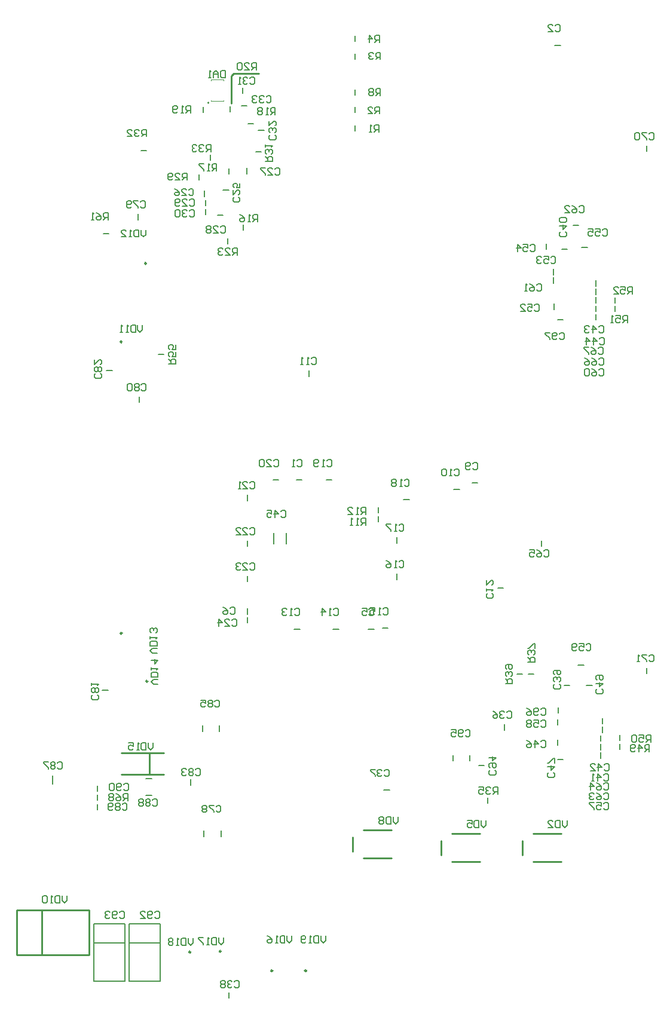
<source format=gbo>
G04 Layer_Color=33789*
%FSLAX44Y44*%
%MOMM*%
G71*
G01*
G75*
%ADD62C,0.2000*%
%ADD65C,0.2540*%
%ADD103C,0.2500*%
%ADD105C,0.1500*%
%ADD106C,0.1200*%
%ADD107C,0.1778*%
D62*
X492000Y728000D02*
X500000D01*
X492000Y704000D02*
X500000D01*
X468000Y495000D02*
X512000D01*
Y441000D02*
Y445000D01*
X468000Y441000D02*
X512000D01*
X468000D02*
Y445000D01*
Y518000D02*
Y522000D01*
X512000D01*
Y518000D02*
Y522000D01*
X468000Y445000D02*
Y518000D01*
X512000Y445000D02*
Y518000D01*
X418000Y495000D02*
X462000D01*
Y441000D02*
Y445000D01*
X418000Y441000D02*
X462000D01*
X418000D02*
Y445000D01*
Y518000D02*
Y522000D01*
X462000D01*
Y518000D02*
Y522000D01*
X418000Y445000D02*
Y518000D01*
X462000Y445000D02*
Y518000D01*
X951000Y753000D02*
Y761000D01*
X927000Y753000D02*
Y761000D01*
X572000Y795000D02*
Y803000D01*
X596000Y795000D02*
Y803000D01*
X598000Y646000D02*
Y654000D01*
X574000Y646000D02*
Y654000D01*
X705806Y1178509D02*
X707472Y1180175D01*
X710804D01*
X712470Y1178509D01*
Y1171844D01*
X710804Y1170178D01*
X707472D01*
X705806Y1171844D01*
X702473Y1170178D02*
X699141D01*
X700807D01*
Y1180175D01*
X702473Y1178509D01*
X1071820Y1794459D02*
X1073486Y1796125D01*
X1076818D01*
X1078484Y1794459D01*
Y1787794D01*
X1076818Y1786128D01*
X1073486D01*
X1071820Y1787794D01*
X1061823Y1786128D02*
X1068487D01*
X1061823Y1792793D01*
Y1794459D01*
X1063489Y1796125D01*
X1066821D01*
X1068487Y1794459D01*
X807914Y967435D02*
X809580Y969101D01*
X812912D01*
X814578Y967435D01*
Y960770D01*
X812912Y959104D01*
X809580D01*
X807914Y960770D01*
X797917Y969101D02*
X804581D01*
Y964102D01*
X801249Y965769D01*
X799583D01*
X797917Y964102D01*
Y960770D01*
X799583Y959104D01*
X802915D01*
X804581Y960770D01*
X611335Y969331D02*
X613002Y970997D01*
X616334D01*
X618000Y969331D01*
Y962666D01*
X616334Y961000D01*
X613002D01*
X611335Y962666D01*
X601339Y970997D02*
X604671Y969331D01*
X608003Y965998D01*
Y962666D01*
X606337Y961000D01*
X603005D01*
X601339Y962666D01*
Y964332D01*
X603005Y965998D01*
X608003D01*
X954725Y1174445D02*
X956392Y1176111D01*
X959724D01*
X961390Y1174445D01*
Y1167780D01*
X959724Y1166114D01*
X956392D01*
X954725Y1167780D01*
X951393D02*
X949727Y1166114D01*
X946395D01*
X944729Y1167780D01*
Y1174445D01*
X946395Y1176111D01*
X949727D01*
X951393Y1174445D01*
Y1172778D01*
X949727Y1171112D01*
X944729D01*
X928818Y1165301D02*
X930484Y1166967D01*
X933816D01*
X935482Y1165301D01*
Y1158636D01*
X933816Y1156970D01*
X930484D01*
X928818Y1158636D01*
X925485Y1156970D02*
X922153D01*
X923819D01*
Y1166967D01*
X925485Y1165301D01*
X917155D02*
X915488Y1166967D01*
X912156D01*
X910490Y1165301D01*
Y1158636D01*
X912156Y1156970D01*
X915488D01*
X917155Y1158636D01*
Y1165301D01*
X726379Y1323035D02*
X728046Y1324701D01*
X731378D01*
X733044Y1323035D01*
Y1316370D01*
X731378Y1314704D01*
X728046D01*
X726379Y1316370D01*
X723047Y1314704D02*
X719715D01*
X721381D01*
Y1324701D01*
X723047Y1323035D01*
X714717Y1314704D02*
X711384D01*
X713050D01*
Y1324701D01*
X714717Y1323035D01*
X982331Y990665D02*
X983997Y988998D01*
Y985666D01*
X982331Y984000D01*
X975666D01*
X974000Y985666D01*
Y988998D01*
X975666Y990665D01*
X974000Y993997D02*
Y997329D01*
Y995663D01*
X983997D01*
X982331Y993997D01*
X974000Y1008992D02*
Y1002327D01*
X980665Y1008992D01*
X982331D01*
X983997Y1007326D01*
Y1003994D01*
X982331Y1002327D01*
X702757Y967435D02*
X704424Y969101D01*
X707756D01*
X709422Y967435D01*
Y960770D01*
X707756Y959104D01*
X704424D01*
X702757Y960770D01*
X699425Y959104D02*
X696093D01*
X697759D01*
Y969101D01*
X699425Y967435D01*
X691095D02*
X689428Y969101D01*
X686096D01*
X684430Y967435D01*
Y965769D01*
X686096Y964102D01*
X687762D01*
X686096D01*
X684430Y962436D01*
Y960770D01*
X686096Y959104D01*
X689428D01*
X691095Y960770D01*
X757876Y967435D02*
X759542Y969101D01*
X762874D01*
X764540Y967435D01*
Y960770D01*
X762874Y959104D01*
X759542D01*
X757876Y960770D01*
X754543Y959104D02*
X751211D01*
X752877D01*
Y969101D01*
X754543Y967435D01*
X741214Y959104D02*
Y969101D01*
X746213Y964102D01*
X739548D01*
X827726Y968451D02*
X829392Y970117D01*
X832724D01*
X834390Y968451D01*
Y961786D01*
X832724Y960120D01*
X829392D01*
X827726Y961786D01*
X824393Y960120D02*
X821061D01*
X822727D01*
Y970117D01*
X824393Y968451D01*
X809398Y970117D02*
X816063D01*
Y965118D01*
X812730Y966785D01*
X811064D01*
X809398Y965118D01*
Y961786D01*
X811064Y960120D01*
X814396D01*
X816063Y961786D01*
X850331Y1034999D02*
X851998Y1036665D01*
X855330D01*
X856996Y1034999D01*
Y1028334D01*
X855330Y1026668D01*
X851998D01*
X850331Y1028334D01*
X846999Y1026668D02*
X843667D01*
X845333D01*
Y1036665D01*
X846999Y1034999D01*
X832004Y1036665D02*
X835336Y1034999D01*
X838669Y1031666D01*
Y1028334D01*
X837002Y1026668D01*
X833670D01*
X832004Y1028334D01*
Y1030000D01*
X833670Y1031666D01*
X838669D01*
X850331Y1086815D02*
X851998Y1088481D01*
X855330D01*
X856996Y1086815D01*
Y1080150D01*
X855330Y1078484D01*
X851998D01*
X850331Y1080150D01*
X846999Y1078484D02*
X843667D01*
X845333D01*
Y1088481D01*
X846999Y1086815D01*
X838669Y1088481D02*
X832004D01*
Y1086815D01*
X838669Y1080150D01*
Y1078484D01*
X857952Y1150315D02*
X859618Y1151981D01*
X862950D01*
X864616Y1150315D01*
Y1143650D01*
X862950Y1141984D01*
X859618D01*
X857952Y1143650D01*
X854619Y1141984D02*
X851287D01*
X852953D01*
Y1151981D01*
X854619Y1150315D01*
X846289D02*
X844622Y1151981D01*
X841290D01*
X839624Y1150315D01*
Y1148649D01*
X841290Y1146982D01*
X839624Y1145316D01*
Y1143650D01*
X841290Y1141984D01*
X844622D01*
X846289Y1143650D01*
Y1145316D01*
X844622Y1146982D01*
X846289Y1148649D01*
Y1150315D01*
X844622Y1146982D02*
X841290D01*
X747970Y1178509D02*
X749636Y1180175D01*
X752968D01*
X754634Y1178509D01*
Y1171844D01*
X752968Y1170178D01*
X749636D01*
X747970Y1171844D01*
X744637Y1170178D02*
X741305D01*
X742971D01*
Y1180175D01*
X744637Y1178509D01*
X736307Y1171844D02*
X734640Y1170178D01*
X731308D01*
X729642Y1171844D01*
Y1178509D01*
X731308Y1180175D01*
X734640D01*
X736307Y1178509D01*
Y1176842D01*
X734640Y1175176D01*
X729642D01*
X672785Y1178509D02*
X674452Y1180175D01*
X677784D01*
X679450Y1178509D01*
Y1171844D01*
X677784Y1170178D01*
X674452D01*
X672785Y1171844D01*
X662789Y1170178D02*
X669453D01*
X662789Y1176842D01*
Y1178509D01*
X664455Y1180175D01*
X667787D01*
X669453Y1178509D01*
X659456D02*
X657790Y1180175D01*
X654458D01*
X652792Y1178509D01*
Y1171844D01*
X654458Y1170178D01*
X657790D01*
X659456Y1171844D01*
Y1178509D01*
X639258Y1147013D02*
X640924Y1148679D01*
X644256D01*
X645922Y1147013D01*
Y1140348D01*
X644256Y1138682D01*
X640924D01*
X639258Y1140348D01*
X629261Y1138682D02*
X635925D01*
X629261Y1145347D01*
Y1147013D01*
X630927Y1148679D01*
X634259D01*
X635925Y1147013D01*
X625928Y1138682D02*
X622596D01*
X624262D01*
Y1148679D01*
X625928Y1147013D01*
X639258Y1081989D02*
X640924Y1083655D01*
X644256D01*
X645922Y1081989D01*
Y1075324D01*
X644256Y1073658D01*
X640924D01*
X639258Y1075324D01*
X629261Y1073658D02*
X635925D01*
X629261Y1080322D01*
Y1081989D01*
X630927Y1083655D01*
X634259D01*
X635925Y1081989D01*
X619264Y1073658D02*
X625928D01*
X619264Y1080322D01*
Y1081989D01*
X620930Y1083655D01*
X624262D01*
X625928Y1081989D01*
X639258Y1031951D02*
X640924Y1033617D01*
X644256D01*
X645922Y1031951D01*
Y1025286D01*
X644256Y1023620D01*
X640924D01*
X639258Y1025286D01*
X629261Y1023620D02*
X635925D01*
X629261Y1030285D01*
Y1031951D01*
X630927Y1033617D01*
X634259D01*
X635925Y1031951D01*
X625928D02*
X624262Y1033617D01*
X620930D01*
X619264Y1031951D01*
Y1030285D01*
X620930Y1028618D01*
X622596D01*
X620930D01*
X619264Y1026952D01*
Y1025286D01*
X620930Y1023620D01*
X624262D01*
X625928Y1025286D01*
X613335Y952331D02*
X615002Y953997D01*
X618334D01*
X620000Y952331D01*
Y945666D01*
X618334Y944000D01*
X615002D01*
X613335Y945666D01*
X603339Y944000D02*
X610003D01*
X603339Y950665D01*
Y952331D01*
X605005Y953997D01*
X608337D01*
X610003Y952331D01*
X595008Y944000D02*
Y953997D01*
X600006Y948998D01*
X593342D01*
X623331Y1551664D02*
X624997Y1549998D01*
Y1546666D01*
X623331Y1545000D01*
X616666D01*
X615000Y1546666D01*
Y1549998D01*
X616666Y1551664D01*
X615000Y1561661D02*
Y1554997D01*
X621665Y1561661D01*
X623331D01*
X624997Y1559995D01*
Y1556663D01*
X623331Y1554997D01*
X624997Y1571658D02*
Y1564994D01*
X619998D01*
X621665Y1568326D01*
Y1569992D01*
X619998Y1571658D01*
X616666D01*
X615000Y1569992D01*
Y1566660D01*
X616666Y1564994D01*
X552336Y1562331D02*
X554002Y1563997D01*
X557334D01*
X559000Y1562331D01*
Y1555666D01*
X557334Y1554000D01*
X554002D01*
X552336Y1555666D01*
X542339Y1554000D02*
X549003D01*
X542339Y1560665D01*
Y1562331D01*
X544005Y1563997D01*
X547337D01*
X549003Y1562331D01*
X532342Y1563997D02*
X535674Y1562331D01*
X539006Y1558998D01*
Y1555666D01*
X537340Y1554000D01*
X534008D01*
X532342Y1555666D01*
Y1557332D01*
X534008Y1558998D01*
X539006D01*
X674335Y1591331D02*
X676002Y1592997D01*
X679334D01*
X681000Y1591331D01*
Y1584666D01*
X679334Y1583000D01*
X676002D01*
X674335Y1584666D01*
X664339Y1583000D02*
X671003D01*
X664339Y1589664D01*
Y1591331D01*
X666005Y1592997D01*
X669337D01*
X671003Y1591331D01*
X661006Y1592997D02*
X654342D01*
Y1591331D01*
X661006Y1584666D01*
Y1583000D01*
X597336Y1509331D02*
X599002Y1510997D01*
X602334D01*
X604000Y1509331D01*
Y1502666D01*
X602334Y1501000D01*
X599002D01*
X597336Y1502666D01*
X587339Y1501000D02*
X594003D01*
X587339Y1507664D01*
Y1509331D01*
X589005Y1510997D01*
X592337D01*
X594003Y1509331D01*
X584007D02*
X582340Y1510997D01*
X579008D01*
X577342Y1509331D01*
Y1507664D01*
X579008Y1505998D01*
X577342Y1504332D01*
Y1502666D01*
X579008Y1501000D01*
X582340D01*
X584007Y1502666D01*
Y1504332D01*
X582340Y1505998D01*
X584007Y1507664D01*
Y1509331D01*
X582340Y1505998D02*
X579008D01*
X553335Y1547331D02*
X555002Y1548997D01*
X558334D01*
X560000Y1547331D01*
Y1540666D01*
X558334Y1539000D01*
X555002D01*
X553335Y1540666D01*
X543339Y1539000D02*
X550003D01*
X543339Y1545665D01*
Y1547331D01*
X545005Y1548997D01*
X548337D01*
X550003Y1547331D01*
X540006Y1540666D02*
X538340Y1539000D01*
X535008D01*
X533342Y1540666D01*
Y1547331D01*
X535008Y1548997D01*
X538340D01*
X540006Y1547331D01*
Y1545665D01*
X538340Y1543998D01*
X533342D01*
X553335Y1532331D02*
X555002Y1533997D01*
X558334D01*
X560000Y1532331D01*
Y1525666D01*
X558334Y1524000D01*
X555002D01*
X553335Y1525666D01*
X550003Y1532331D02*
X548337Y1533997D01*
X545005D01*
X543339Y1532331D01*
Y1530665D01*
X545005Y1528998D01*
X546671D01*
X545005D01*
X543339Y1527332D01*
Y1525666D01*
X545005Y1524000D01*
X548337D01*
X550003Y1525666D01*
X540006Y1532331D02*
X538340Y1533997D01*
X535008D01*
X533342Y1532331D01*
Y1525666D01*
X535008Y1524000D01*
X538340D01*
X540006Y1525666D01*
Y1532331D01*
X639336Y1720331D02*
X641002Y1721997D01*
X644334D01*
X646000Y1720331D01*
Y1713666D01*
X644334Y1712000D01*
X641002D01*
X639336Y1713666D01*
X636003Y1720331D02*
X634337Y1721997D01*
X631005D01*
X629339Y1720331D01*
Y1718665D01*
X631005Y1716998D01*
X632671D01*
X631005D01*
X629339Y1715332D01*
Y1713666D01*
X631005Y1712000D01*
X634337D01*
X636003Y1713666D01*
X626006Y1712000D02*
X622674D01*
X624340D01*
Y1721997D01*
X626006Y1720331D01*
X674331Y1639664D02*
X675997Y1637998D01*
Y1634666D01*
X674331Y1633000D01*
X667666D01*
X666000Y1634666D01*
Y1637998D01*
X667666Y1639664D01*
X674331Y1642997D02*
X675997Y1644663D01*
Y1647995D01*
X674331Y1649661D01*
X672664D01*
X670998Y1647995D01*
Y1646329D01*
Y1647995D01*
X669332Y1649661D01*
X667666D01*
X666000Y1647995D01*
Y1644663D01*
X667666Y1642997D01*
X666000Y1659658D02*
Y1652994D01*
X672664Y1659658D01*
X674331D01*
X675997Y1657992D01*
Y1654660D01*
X674331Y1652994D01*
X662336Y1694331D02*
X664002Y1695997D01*
X667334D01*
X669000Y1694331D01*
Y1687666D01*
X667334Y1686000D01*
X664002D01*
X662336Y1687666D01*
X659003Y1694331D02*
X657337Y1695997D01*
X654005D01*
X652339Y1694331D01*
Y1692664D01*
X654005Y1690998D01*
X655671D01*
X654005D01*
X652339Y1689332D01*
Y1687666D01*
X654005Y1686000D01*
X657337D01*
X659003Y1687666D01*
X649006Y1694331D02*
X647340Y1695997D01*
X644008D01*
X642342Y1694331D01*
Y1692664D01*
X644008Y1690998D01*
X645674D01*
X644008D01*
X642342Y1689332D01*
Y1687666D01*
X644008Y1686000D01*
X647340D01*
X649006Y1687666D01*
X1003240Y821893D02*
X1004906Y823559D01*
X1008238D01*
X1009904Y821893D01*
Y815228D01*
X1008238Y813562D01*
X1004906D01*
X1003240Y815228D01*
X999907Y821893D02*
X998241Y823559D01*
X994909D01*
X993243Y821893D01*
Y820227D01*
X994909Y818560D01*
X996575D01*
X994909D01*
X993243Y816894D01*
Y815228D01*
X994909Y813562D01*
X998241D01*
X999907Y815228D01*
X983246Y823559D02*
X986578Y821893D01*
X989910Y818560D01*
Y815228D01*
X988244Y813562D01*
X984912D01*
X983246Y815228D01*
Y816894D01*
X984912Y818560D01*
X989910D01*
X829758Y739343D02*
X831424Y741009D01*
X834756D01*
X836422Y739343D01*
Y732678D01*
X834756Y731012D01*
X831424D01*
X829758Y732678D01*
X826425Y739343D02*
X824759Y741009D01*
X821427D01*
X819761Y739343D01*
Y737676D01*
X821427Y736010D01*
X823093D01*
X821427D01*
X819761Y734344D01*
Y732678D01*
X821427Y731012D01*
X824759D01*
X826425Y732678D01*
X816428Y741009D02*
X809764D01*
Y739343D01*
X816428Y732678D01*
Y731012D01*
X617336Y440331D02*
X619002Y441997D01*
X622334D01*
X624000Y440331D01*
Y433666D01*
X622334Y432000D01*
X619002D01*
X617336Y433666D01*
X614003Y440331D02*
X612337Y441997D01*
X609005D01*
X607339Y440331D01*
Y438665D01*
X609005Y436998D01*
X610671D01*
X609005D01*
X607339Y435332D01*
Y433666D01*
X609005Y432000D01*
X612337D01*
X614003Y433666D01*
X604007Y440331D02*
X602340Y441997D01*
X599008D01*
X597342Y440331D01*
Y438665D01*
X599008Y436998D01*
X597342Y435332D01*
Y433666D01*
X599008Y432000D01*
X602340D01*
X604007Y433666D01*
Y435332D01*
X602340Y436998D01*
X604007Y438665D01*
Y440331D01*
X602340Y436998D02*
X599008D01*
X1077331Y861665D02*
X1078997Y859998D01*
Y856666D01*
X1077331Y855000D01*
X1070666D01*
X1069000Y856666D01*
Y859998D01*
X1070666Y861665D01*
X1077331Y864997D02*
X1078997Y866663D01*
Y869995D01*
X1077331Y871661D01*
X1075665D01*
X1073998Y869995D01*
Y868329D01*
Y869995D01*
X1072332Y871661D01*
X1070666D01*
X1069000Y869995D01*
Y866663D01*
X1070666Y864997D01*
Y874994D02*
X1069000Y876660D01*
Y879992D01*
X1070666Y881658D01*
X1077331D01*
X1078997Y879992D01*
Y876660D01*
X1077331Y874994D01*
X1075665D01*
X1073998Y876660D01*
Y881658D01*
X1086331Y1502664D02*
X1087997Y1500998D01*
Y1497666D01*
X1086331Y1496000D01*
X1079666D01*
X1078000Y1497666D01*
Y1500998D01*
X1079666Y1502664D01*
X1078000Y1510995D02*
X1087997D01*
X1082998Y1505997D01*
Y1512661D01*
X1086331Y1515994D02*
X1087997Y1517660D01*
Y1520992D01*
X1086331Y1522658D01*
X1079666D01*
X1078000Y1520992D01*
Y1517660D01*
X1079666Y1515994D01*
X1086331D01*
X1140335Y733331D02*
X1142002Y734997D01*
X1145334D01*
X1147000Y733331D01*
Y726666D01*
X1145334Y725000D01*
X1142002D01*
X1140335Y726666D01*
X1132005Y725000D02*
Y734997D01*
X1137003Y729998D01*
X1130339D01*
X1127007Y725000D02*
X1123674D01*
X1125340D01*
Y734997D01*
X1127007Y733331D01*
X1141336Y747331D02*
X1143002Y748997D01*
X1146334D01*
X1148000Y747331D01*
Y740666D01*
X1146334Y739000D01*
X1143002D01*
X1141336Y740666D01*
X1133005Y739000D02*
Y748997D01*
X1138003Y743998D01*
X1131339D01*
X1121342Y739000D02*
X1128007D01*
X1121342Y745665D01*
Y747331D01*
X1123008Y748997D01*
X1126340D01*
X1128007Y747331D01*
X1133335Y1368331D02*
X1135002Y1369997D01*
X1138334D01*
X1140000Y1368331D01*
Y1361666D01*
X1138334Y1360000D01*
X1135002D01*
X1133335Y1361666D01*
X1125005Y1360000D02*
Y1369997D01*
X1130003Y1364998D01*
X1123339D01*
X1120006Y1368331D02*
X1118340Y1369997D01*
X1115008D01*
X1113342Y1368331D01*
Y1366664D01*
X1115008Y1364998D01*
X1116674D01*
X1115008D01*
X1113342Y1363332D01*
Y1361666D01*
X1115008Y1360000D01*
X1118340D01*
X1120006Y1361666D01*
X1134335Y1351331D02*
X1136002Y1352997D01*
X1139334D01*
X1141000Y1351331D01*
Y1344666D01*
X1139334Y1343000D01*
X1136002D01*
X1134335Y1344666D01*
X1126005Y1343000D02*
Y1352997D01*
X1131003Y1347998D01*
X1124339D01*
X1116008Y1343000D02*
Y1352997D01*
X1121006Y1347998D01*
X1114342D01*
X683199Y1106627D02*
X684866Y1108293D01*
X688198D01*
X689864Y1106627D01*
Y1099962D01*
X688198Y1098296D01*
X684866D01*
X683199Y1099962D01*
X674869Y1098296D02*
Y1108293D01*
X679867Y1103294D01*
X673203D01*
X663206Y1108293D02*
X669870D01*
Y1103294D01*
X666538Y1104960D01*
X664872D01*
X663206Y1103294D01*
Y1099962D01*
X664872Y1098296D01*
X668204D01*
X669870Y1099962D01*
X1051336Y780331D02*
X1053002Y781997D01*
X1056334D01*
X1058000Y780331D01*
Y773666D01*
X1056334Y772000D01*
X1053002D01*
X1051336Y773666D01*
X1043005Y772000D02*
Y781997D01*
X1048003Y776998D01*
X1041339D01*
X1031342Y781997D02*
X1034674Y780331D01*
X1038007Y776998D01*
Y773666D01*
X1036340Y772000D01*
X1033008D01*
X1031342Y773666D01*
Y775332D01*
X1033008Y776998D01*
X1038007D01*
X1069331Y736665D02*
X1070997Y734998D01*
Y731666D01*
X1069331Y730000D01*
X1062666D01*
X1061000Y731666D01*
Y734998D01*
X1062666Y736665D01*
X1061000Y744995D02*
X1070997D01*
X1065998Y739997D01*
Y746661D01*
X1070997Y749994D02*
Y756658D01*
X1069331D01*
X1062666Y749994D01*
X1061000D01*
X1137331Y854665D02*
X1138997Y852998D01*
Y849666D01*
X1137331Y848000D01*
X1130666D01*
X1129000Y849666D01*
Y852998D01*
X1130666Y854665D01*
X1129000Y862995D02*
X1138997D01*
X1133998Y857997D01*
Y864661D01*
X1130666Y867994D02*
X1129000Y869660D01*
Y872992D01*
X1130666Y874658D01*
X1137331D01*
X1138997Y872992D01*
Y869660D01*
X1137331Y867994D01*
X1135665D01*
X1133998Y869660D01*
Y874658D01*
X1042336Y1398331D02*
X1044002Y1399997D01*
X1047334D01*
X1049000Y1398331D01*
Y1391666D01*
X1047334Y1390000D01*
X1044002D01*
X1042336Y1391666D01*
X1032339Y1399997D02*
X1039003D01*
Y1394998D01*
X1035671Y1396664D01*
X1034005D01*
X1032339Y1394998D01*
Y1391666D01*
X1034005Y1390000D01*
X1037337D01*
X1039003Y1391666D01*
X1022342Y1390000D02*
X1029007D01*
X1022342Y1396664D01*
Y1398331D01*
X1024008Y1399997D01*
X1027340D01*
X1029007Y1398331D01*
X1065335Y1466331D02*
X1067002Y1467997D01*
X1070334D01*
X1072000Y1466331D01*
Y1459666D01*
X1070334Y1458000D01*
X1067002D01*
X1065335Y1459666D01*
X1055339Y1467997D02*
X1062003D01*
Y1462998D01*
X1058671Y1464664D01*
X1057005D01*
X1055339Y1462998D01*
Y1459666D01*
X1057005Y1458000D01*
X1060337D01*
X1062003Y1459666D01*
X1052007Y1466331D02*
X1050340Y1467997D01*
X1047008D01*
X1045342Y1466331D01*
Y1464664D01*
X1047008Y1462998D01*
X1048674D01*
X1047008D01*
X1045342Y1461332D01*
Y1459666D01*
X1047008Y1458000D01*
X1050340D01*
X1052007Y1459666D01*
X1036336Y1483331D02*
X1038002Y1484997D01*
X1041334D01*
X1043000Y1483331D01*
Y1476666D01*
X1041334Y1475000D01*
X1038002D01*
X1036336Y1476666D01*
X1026339Y1484997D02*
X1033003D01*
Y1479998D01*
X1029671Y1481664D01*
X1028005D01*
X1026339Y1479998D01*
Y1476666D01*
X1028005Y1475000D01*
X1031337D01*
X1033003Y1476666D01*
X1018008Y1475000D02*
Y1484997D01*
X1023007Y1479998D01*
X1016342D01*
X1138335Y1505331D02*
X1140002Y1506997D01*
X1143334D01*
X1145000Y1505331D01*
Y1498666D01*
X1143334Y1497000D01*
X1140002D01*
X1138335Y1498666D01*
X1128339Y1506997D02*
X1135003D01*
Y1501998D01*
X1131671Y1503665D01*
X1130005D01*
X1128339Y1501998D01*
Y1498666D01*
X1130005Y1497000D01*
X1133337D01*
X1135003Y1498666D01*
X1118342Y1506997D02*
X1125006D01*
Y1501998D01*
X1121674Y1503665D01*
X1120008D01*
X1118342Y1501998D01*
Y1498666D01*
X1120008Y1497000D01*
X1123340D01*
X1125006Y1498666D01*
X1140335Y692331D02*
X1142002Y693997D01*
X1145334D01*
X1147000Y692331D01*
Y685666D01*
X1145334Y684000D01*
X1142002D01*
X1140335Y685666D01*
X1130339Y693997D02*
X1137003D01*
Y688998D01*
X1133671Y690665D01*
X1132005D01*
X1130339Y688998D01*
Y685666D01*
X1132005Y684000D01*
X1135337D01*
X1137003Y685666D01*
X1127007Y693997D02*
X1120342D01*
Y692331D01*
X1127007Y685666D01*
Y684000D01*
X1051336Y809331D02*
X1053002Y810997D01*
X1056334D01*
X1058000Y809331D01*
Y802666D01*
X1056334Y801000D01*
X1053002D01*
X1051336Y802666D01*
X1041339Y810997D02*
X1048003D01*
Y805998D01*
X1044671Y807664D01*
X1043005D01*
X1041339Y805998D01*
Y802666D01*
X1043005Y801000D01*
X1046337D01*
X1048003Y802666D01*
X1038007Y809331D02*
X1036340Y810997D01*
X1033008D01*
X1031342Y809331D01*
Y807664D01*
X1033008Y805998D01*
X1031342Y804332D01*
Y802666D01*
X1033008Y801000D01*
X1036340D01*
X1038007Y802666D01*
Y804332D01*
X1036340Y805998D01*
X1038007Y807664D01*
Y809331D01*
X1036340Y805998D02*
X1033008D01*
X1115335Y917331D02*
X1117002Y918997D01*
X1120334D01*
X1122000Y917331D01*
Y910666D01*
X1120334Y909000D01*
X1117002D01*
X1115335Y910666D01*
X1105339Y918997D02*
X1112003D01*
Y913998D01*
X1108671Y915665D01*
X1107005D01*
X1105339Y913998D01*
Y910666D01*
X1107005Y909000D01*
X1110337D01*
X1112003Y910666D01*
X1102007D02*
X1100340Y909000D01*
X1097008D01*
X1095342Y910666D01*
Y917331D01*
X1097008Y918997D01*
X1100340D01*
X1102007Y917331D01*
Y915665D01*
X1100340Y913998D01*
X1095342D01*
X1133335Y1307331D02*
X1135002Y1308997D01*
X1138334D01*
X1140000Y1307331D01*
Y1300666D01*
X1138334Y1299000D01*
X1135002D01*
X1133335Y1300666D01*
X1123339Y1308997D02*
X1126671Y1307331D01*
X1130003Y1303998D01*
Y1300666D01*
X1128337Y1299000D01*
X1125005D01*
X1123339Y1300666D01*
Y1302332D01*
X1125005Y1303998D01*
X1130003D01*
X1120006Y1307331D02*
X1118340Y1308997D01*
X1115008D01*
X1113342Y1307331D01*
Y1300666D01*
X1115008Y1299000D01*
X1118340D01*
X1120006Y1300666D01*
Y1307331D01*
X1045335Y1427331D02*
X1047002Y1428997D01*
X1050334D01*
X1052000Y1427331D01*
Y1420666D01*
X1050334Y1419000D01*
X1047002D01*
X1045335Y1420666D01*
X1035339Y1428997D02*
X1038671Y1427331D01*
X1042003Y1423998D01*
Y1420666D01*
X1040337Y1419000D01*
X1037005D01*
X1035339Y1420666D01*
Y1422332D01*
X1037005Y1423998D01*
X1042003D01*
X1032006Y1419000D02*
X1028674D01*
X1030340D01*
Y1428997D01*
X1032006Y1427331D01*
X1105335Y1538331D02*
X1107002Y1539997D01*
X1110334D01*
X1112000Y1538331D01*
Y1531666D01*
X1110334Y1530000D01*
X1107002D01*
X1105335Y1531666D01*
X1095339Y1539997D02*
X1098671Y1538331D01*
X1102003Y1534998D01*
Y1531666D01*
X1100337Y1530000D01*
X1097005D01*
X1095339Y1531666D01*
Y1533332D01*
X1097005Y1534998D01*
X1102003D01*
X1085342Y1530000D02*
X1092007D01*
X1085342Y1536664D01*
Y1538331D01*
X1087008Y1539997D01*
X1090340D01*
X1092007Y1538331D01*
X1140335Y706331D02*
X1142002Y707997D01*
X1145334D01*
X1147000Y706331D01*
Y699666D01*
X1145334Y698000D01*
X1142002D01*
X1140335Y699666D01*
X1130339Y707997D02*
X1133671Y706331D01*
X1137003Y702998D01*
Y699666D01*
X1135337Y698000D01*
X1132005D01*
X1130339Y699666D01*
Y701332D01*
X1132005Y702998D01*
X1137003D01*
X1127007Y706331D02*
X1125340Y707997D01*
X1122008D01*
X1120342Y706331D01*
Y704665D01*
X1122008Y702998D01*
X1123674D01*
X1122008D01*
X1120342Y701332D01*
Y699666D01*
X1122008Y698000D01*
X1125340D01*
X1127007Y699666D01*
X1140335Y720331D02*
X1142002Y721997D01*
X1145334D01*
X1147000Y720331D01*
Y713666D01*
X1145334Y712000D01*
X1142002D01*
X1140335Y713666D01*
X1130339Y721997D02*
X1133671Y720331D01*
X1137003Y716998D01*
Y713666D01*
X1135337Y712000D01*
X1132005D01*
X1130339Y713666D01*
Y715332D01*
X1132005Y716998D01*
X1137003D01*
X1122008Y712000D02*
Y721997D01*
X1127007Y716998D01*
X1120342D01*
X1055335Y1050331D02*
X1057002Y1051997D01*
X1060334D01*
X1062000Y1050331D01*
Y1043666D01*
X1060334Y1042000D01*
X1057002D01*
X1055335Y1043666D01*
X1045339Y1051997D02*
X1048671Y1050331D01*
X1052003Y1046998D01*
Y1043666D01*
X1050337Y1042000D01*
X1047005D01*
X1045339Y1043666D01*
Y1045332D01*
X1047005Y1046998D01*
X1052003D01*
X1035342Y1051997D02*
X1042007D01*
Y1046998D01*
X1038674Y1048664D01*
X1037008D01*
X1035342Y1046998D01*
Y1043666D01*
X1037008Y1042000D01*
X1040340D01*
X1042007Y1043666D01*
X1133335Y1322331D02*
X1135002Y1323997D01*
X1138334D01*
X1140000Y1322331D01*
Y1315666D01*
X1138334Y1314000D01*
X1135002D01*
X1133335Y1315666D01*
X1123339Y1323997D02*
X1126671Y1322331D01*
X1130003Y1318998D01*
Y1315666D01*
X1128337Y1314000D01*
X1125005D01*
X1123339Y1315666D01*
Y1317332D01*
X1125005Y1318998D01*
X1130003D01*
X1113342Y1323997D02*
X1116674Y1322331D01*
X1120006Y1318998D01*
Y1315666D01*
X1118340Y1314000D01*
X1115008D01*
X1113342Y1315666D01*
Y1317332D01*
X1115008Y1318998D01*
X1120006D01*
X1132336Y1337331D02*
X1134002Y1338997D01*
X1137334D01*
X1139000Y1337331D01*
Y1330666D01*
X1137334Y1329000D01*
X1134002D01*
X1132336Y1330666D01*
X1122339Y1338997D02*
X1125671Y1337331D01*
X1129003Y1333998D01*
Y1330666D01*
X1127337Y1329000D01*
X1124005D01*
X1122339Y1330666D01*
Y1332332D01*
X1124005Y1333998D01*
X1129003D01*
X1119006Y1338997D02*
X1112342D01*
Y1337331D01*
X1119006Y1330666D01*
Y1329000D01*
X1204408Y1641805D02*
X1206074Y1643471D01*
X1209406D01*
X1211072Y1641805D01*
Y1635140D01*
X1209406Y1633474D01*
X1206074D01*
X1204408Y1635140D01*
X1201075Y1643471D02*
X1194411D01*
Y1641805D01*
X1201075Y1635140D01*
Y1633474D01*
X1191078Y1641805D02*
X1189412Y1643471D01*
X1186080D01*
X1184414Y1641805D01*
Y1635140D01*
X1186080Y1633474D01*
X1189412D01*
X1191078Y1635140D01*
Y1641805D01*
X1204408Y901903D02*
X1206074Y903569D01*
X1209406D01*
X1211072Y901903D01*
Y895238D01*
X1209406Y893572D01*
X1206074D01*
X1204408Y895238D01*
X1201075Y903569D02*
X1194411D01*
Y901903D01*
X1201075Y895238D01*
Y893572D01*
X1191078D02*
X1187746D01*
X1189412D01*
Y903569D01*
X1191078Y901903D01*
X591251Y688543D02*
X592918Y690209D01*
X596250D01*
X597916Y688543D01*
Y681878D01*
X596250Y680212D01*
X592918D01*
X591251Y681878D01*
X587919Y690209D02*
X581255D01*
Y688543D01*
X587919Y681878D01*
Y680212D01*
X577922Y688543D02*
X576256Y690209D01*
X572924D01*
X571258Y688543D01*
Y686877D01*
X572924Y685210D01*
X571258Y683544D01*
Y681878D01*
X572924Y680212D01*
X576256D01*
X577922Y681878D01*
Y683544D01*
X576256Y685210D01*
X577922Y686877D01*
Y688543D01*
X576256Y685210D02*
X572924D01*
X484318Y1545031D02*
X485984Y1546697D01*
X489316D01*
X490982Y1545031D01*
Y1538366D01*
X489316Y1536700D01*
X485984D01*
X484318Y1538366D01*
X480985Y1546697D02*
X474321D01*
Y1545031D01*
X480985Y1538366D01*
Y1536700D01*
X470988Y1538366D02*
X469322Y1536700D01*
X465990D01*
X464324Y1538366D01*
Y1545031D01*
X465990Y1546697D01*
X469322D01*
X470988Y1545031D01*
Y1543365D01*
X469322Y1541698D01*
X464324D01*
X485334Y1285951D02*
X487000Y1287617D01*
X490332D01*
X491998Y1285951D01*
Y1279286D01*
X490332Y1277620D01*
X487000D01*
X485334Y1279286D01*
X482001Y1285951D02*
X480335Y1287617D01*
X477003D01*
X475337Y1285951D01*
Y1284285D01*
X477003Y1282618D01*
X475337Y1280952D01*
Y1279286D01*
X477003Y1277620D01*
X480335D01*
X482001Y1279286D01*
Y1280952D01*
X480335Y1282618D01*
X482001Y1284285D01*
Y1285951D01*
X480335Y1282618D02*
X477003D01*
X472004Y1285951D02*
X470338Y1287617D01*
X467006D01*
X465340Y1285951D01*
Y1279286D01*
X467006Y1277620D01*
X470338D01*
X472004Y1279286D01*
Y1285951D01*
X423331Y846665D02*
X424997Y844998D01*
Y841666D01*
X423331Y840000D01*
X416666D01*
X415000Y841666D01*
Y844998D01*
X416666Y846665D01*
X423331Y849997D02*
X424997Y851663D01*
Y854995D01*
X423331Y856661D01*
X421665D01*
X419998Y854995D01*
X418332Y856661D01*
X416666D01*
X415000Y854995D01*
Y851663D01*
X416666Y849997D01*
X418332D01*
X419998Y851663D01*
X421665Y849997D01*
X423331D01*
X419998Y851663D02*
Y854995D01*
X415000Y859994D02*
Y863326D01*
Y861660D01*
X424997D01*
X423331Y859994D01*
X427331Y1301664D02*
X428997Y1299998D01*
Y1296666D01*
X427331Y1295000D01*
X420666D01*
X419000Y1296666D01*
Y1299998D01*
X420666Y1301664D01*
X427331Y1304997D02*
X428997Y1306663D01*
Y1309995D01*
X427331Y1311661D01*
X425664D01*
X423998Y1309995D01*
X422332Y1311661D01*
X420666D01*
X419000Y1309995D01*
Y1306663D01*
X420666Y1304997D01*
X422332D01*
X423998Y1306663D01*
X425664Y1304997D01*
X427331D01*
X423998Y1306663D02*
Y1309995D01*
X419000Y1321658D02*
Y1314994D01*
X425664Y1321658D01*
X427331D01*
X428997Y1319992D01*
Y1316660D01*
X427331Y1314994D01*
X562336Y740331D02*
X564002Y741997D01*
X567334D01*
X569000Y740331D01*
Y733666D01*
X567334Y732000D01*
X564002D01*
X562336Y733666D01*
X559003Y740331D02*
X557337Y741997D01*
X554005D01*
X552339Y740331D01*
Y738664D01*
X554005Y736998D01*
X552339Y735332D01*
Y733666D01*
X554005Y732000D01*
X557337D01*
X559003Y733666D01*
Y735332D01*
X557337Y736998D01*
X559003Y738664D01*
Y740331D01*
X557337Y736998D02*
X554005D01*
X549006Y740331D02*
X547340Y741997D01*
X544008D01*
X542342Y740331D01*
Y738664D01*
X544008Y736998D01*
X545674D01*
X544008D01*
X542342Y735332D01*
Y733666D01*
X544008Y732000D01*
X547340D01*
X549006Y733666D01*
X589473Y837641D02*
X591140Y839307D01*
X594472D01*
X596138Y837641D01*
Y830976D01*
X594472Y829310D01*
X591140D01*
X589473Y830976D01*
X586141Y837641D02*
X584475Y839307D01*
X581143D01*
X579477Y837641D01*
Y835975D01*
X581143Y834308D01*
X579477Y832642D01*
Y830976D01*
X581143Y829310D01*
X584475D01*
X586141Y830976D01*
Y832642D01*
X584475Y834308D01*
X586141Y835975D01*
Y837641D01*
X584475Y834308D02*
X581143D01*
X569480Y839307D02*
X576144D01*
Y834308D01*
X572812Y835975D01*
X571146D01*
X569480Y834308D01*
Y830976D01*
X571146Y829310D01*
X574478D01*
X576144Y830976D01*
X366716Y749757D02*
X368382Y751423D01*
X371714D01*
X373380Y749757D01*
Y743092D01*
X371714Y741426D01*
X368382D01*
X366716Y743092D01*
X363383Y749757D02*
X361717Y751423D01*
X358385D01*
X356719Y749757D01*
Y748091D01*
X358385Y746424D01*
X356719Y744758D01*
Y743092D01*
X358385Y741426D01*
X361717D01*
X363383Y743092D01*
Y744758D01*
X361717Y746424D01*
X363383Y748091D01*
Y749757D01*
X361717Y746424D02*
X358385D01*
X353386Y751423D02*
X346722D01*
Y749757D01*
X353386Y743092D01*
Y741426D01*
X501335Y697331D02*
X503002Y698997D01*
X506334D01*
X508000Y697331D01*
Y690666D01*
X506334Y689000D01*
X503002D01*
X501335Y690666D01*
X498003Y697331D02*
X496337Y698997D01*
X493005D01*
X491339Y697331D01*
Y695665D01*
X493005Y693998D01*
X491339Y692332D01*
Y690666D01*
X493005Y689000D01*
X496337D01*
X498003Y690666D01*
Y692332D01*
X496337Y693998D01*
X498003Y695665D01*
Y697331D01*
X496337Y693998D02*
X493005D01*
X488006Y697331D02*
X486340Y698997D01*
X483008D01*
X481342Y697331D01*
Y695665D01*
X483008Y693998D01*
X481342Y692332D01*
Y690666D01*
X483008Y689000D01*
X486340D01*
X488006Y690666D01*
Y692332D01*
X486340Y693998D01*
X488006Y695665D01*
Y697331D01*
X486340Y693998D02*
X483008D01*
X458335Y691331D02*
X460002Y692997D01*
X463334D01*
X465000Y691331D01*
Y684666D01*
X463334Y683000D01*
X460002D01*
X458335Y684666D01*
X455003Y691331D02*
X453337Y692997D01*
X450005D01*
X448339Y691331D01*
Y689665D01*
X450005Y687998D01*
X448339Y686332D01*
Y684666D01*
X450005Y683000D01*
X453337D01*
X455003Y684666D01*
Y686332D01*
X453337Y687998D01*
X455003Y689665D01*
Y691331D01*
X453337Y687998D02*
X450005D01*
X445006Y684666D02*
X443340Y683000D01*
X440008D01*
X438342Y684666D01*
Y691331D01*
X440008Y692997D01*
X443340D01*
X445006Y691331D01*
Y689665D01*
X443340Y687998D01*
X438342D01*
X460336Y719331D02*
X462002Y720997D01*
X465334D01*
X467000Y719331D01*
Y712666D01*
X465334Y711000D01*
X462002D01*
X460336Y712666D01*
X457003D02*
X455337Y711000D01*
X452005D01*
X450339Y712666D01*
Y719331D01*
X452005Y720997D01*
X455337D01*
X457003Y719331D01*
Y717664D01*
X455337Y715998D01*
X450339D01*
X447006Y719331D02*
X445340Y720997D01*
X442008D01*
X440342Y719331D01*
Y712666D01*
X442008Y711000D01*
X445340D01*
X447006Y712666D01*
Y719331D01*
X604000Y1730997D02*
Y1721000D01*
X599002D01*
X597336Y1722666D01*
Y1729331D01*
X599002Y1730997D01*
X604000D01*
X594003Y1721000D02*
Y1727664D01*
X590671Y1730997D01*
X587339Y1727664D01*
Y1721000D01*
Y1725998D01*
X594003D01*
X584007Y1721000D02*
X580674D01*
X582340D01*
Y1730997D01*
X584007Y1729331D01*
X822000Y1644000D02*
Y1653997D01*
X817002D01*
X815335Y1652331D01*
Y1648998D01*
X817002Y1647332D01*
X822000D01*
X818668D02*
X815335Y1644000D01*
X812003D02*
X808671D01*
X810337D01*
Y1653997D01*
X812003Y1652331D01*
X823000Y1670000D02*
Y1679997D01*
X818002D01*
X816336Y1678331D01*
Y1674998D01*
X818002Y1673332D01*
X823000D01*
X819668D02*
X816336Y1670000D01*
X806339D02*
X813003D01*
X806339Y1676664D01*
Y1678331D01*
X808005Y1679997D01*
X811337D01*
X813003Y1678331D01*
X824000Y1747000D02*
Y1756997D01*
X819002D01*
X817336Y1755331D01*
Y1751998D01*
X819002Y1750332D01*
X824000D01*
X820668D02*
X817336Y1747000D01*
X814003Y1755331D02*
X812337Y1756997D01*
X809005D01*
X807339Y1755331D01*
Y1753665D01*
X809005Y1751998D01*
X810671D01*
X809005D01*
X807339Y1750332D01*
Y1748666D01*
X809005Y1747000D01*
X812337D01*
X814003Y1748666D01*
X823000Y1771000D02*
Y1780997D01*
X818002D01*
X816336Y1779331D01*
Y1775998D01*
X818002Y1774332D01*
X823000D01*
X819668D02*
X816336Y1771000D01*
X808005D02*
Y1780997D01*
X813003Y1775998D01*
X806339D01*
X824000Y1696000D02*
Y1705997D01*
X819002D01*
X817336Y1704331D01*
Y1700998D01*
X819002Y1699332D01*
X824000D01*
X820668D02*
X817336Y1696000D01*
X814003Y1704331D02*
X812337Y1705997D01*
X809005D01*
X807339Y1704331D01*
Y1702664D01*
X809005Y1700998D01*
X807339Y1699332D01*
Y1697666D01*
X809005Y1696000D01*
X812337D01*
X814003Y1697666D01*
Y1699332D01*
X812337Y1700998D01*
X814003Y1702664D01*
Y1704331D01*
X812337Y1700998D02*
X809005D01*
X803000Y1087000D02*
Y1096997D01*
X798002D01*
X796336Y1095331D01*
Y1091998D01*
X798002Y1090332D01*
X803000D01*
X799668D02*
X796336Y1087000D01*
X793003D02*
X789671D01*
X791337D01*
Y1096997D01*
X793003Y1095331D01*
X784673Y1087000D02*
X781340D01*
X783007D01*
Y1096997D01*
X784673Y1095331D01*
X803000Y1102000D02*
Y1111997D01*
X798002D01*
X796336Y1110331D01*
Y1106998D01*
X798002Y1105332D01*
X803000D01*
X799668D02*
X796336Y1102000D01*
X793003D02*
X789671D01*
X791337D01*
Y1111997D01*
X793003Y1110331D01*
X778008Y1102000D02*
X784673D01*
X778008Y1108664D01*
Y1110331D01*
X779674Y1111997D01*
X783007D01*
X784673Y1110331D01*
X650000Y1517000D02*
Y1526997D01*
X645002D01*
X643335Y1525331D01*
Y1521998D01*
X645002Y1520332D01*
X650000D01*
X646668D02*
X643335Y1517000D01*
X640003D02*
X636671D01*
X638337D01*
Y1526997D01*
X640003Y1525331D01*
X625008Y1526997D02*
X628340Y1525331D01*
X631673Y1521998D01*
Y1518666D01*
X630006Y1517000D01*
X626674D01*
X625008Y1518666D01*
Y1520332D01*
X626674Y1521998D01*
X631673D01*
X592000Y1589000D02*
Y1598997D01*
X587002D01*
X585336Y1597331D01*
Y1593998D01*
X587002Y1592332D01*
X592000D01*
X588668D02*
X585336Y1589000D01*
X582003D02*
X578671D01*
X580337D01*
Y1598997D01*
X582003Y1597331D01*
X573673Y1598997D02*
X567008D01*
Y1597331D01*
X573673Y1590666D01*
Y1589000D01*
X675000Y1669000D02*
Y1678997D01*
X670002D01*
X668335Y1677331D01*
Y1673998D01*
X670002Y1672332D01*
X675000D01*
X671668D02*
X668335Y1669000D01*
X665003D02*
X661671D01*
X663337D01*
Y1678997D01*
X665003Y1677331D01*
X656673D02*
X655006Y1678997D01*
X651674D01*
X650008Y1677331D01*
Y1675665D01*
X651674Y1673998D01*
X650008Y1672332D01*
Y1670666D01*
X651674Y1669000D01*
X655006D01*
X656673Y1670666D01*
Y1672332D01*
X655006Y1673998D01*
X656673Y1675665D01*
Y1677331D01*
X655006Y1673998D02*
X651674D01*
X555000Y1671000D02*
Y1680997D01*
X550002D01*
X548335Y1679331D01*
Y1675998D01*
X550002Y1674332D01*
X555000D01*
X551668D02*
X548335Y1671000D01*
X545003D02*
X541671D01*
X543337D01*
Y1680997D01*
X545003Y1679331D01*
X536673Y1672666D02*
X535006Y1671000D01*
X531674D01*
X530008Y1672666D01*
Y1679331D01*
X531674Y1680997D01*
X535006D01*
X536673Y1679331D01*
Y1677664D01*
X535006Y1675998D01*
X530008D01*
X648000Y1732000D02*
Y1741997D01*
X643002D01*
X641336Y1740331D01*
Y1736998D01*
X643002Y1735332D01*
X648000D01*
X644668D02*
X641336Y1732000D01*
X631339D02*
X638003D01*
X631339Y1738665D01*
Y1740331D01*
X633005Y1741997D01*
X636337D01*
X638003Y1740331D01*
X628006D02*
X626340Y1741997D01*
X623008D01*
X621342Y1740331D01*
Y1733666D01*
X623008Y1732000D01*
X626340D01*
X628006Y1733666D01*
Y1740331D01*
X621000Y1470000D02*
Y1479997D01*
X616002D01*
X614336Y1478331D01*
Y1474998D01*
X616002Y1473332D01*
X621000D01*
X617668D02*
X614336Y1470000D01*
X604339D02*
X611003D01*
X604339Y1476664D01*
Y1478331D01*
X606005Y1479997D01*
X609337D01*
X611003Y1478331D01*
X601006D02*
X599340Y1479997D01*
X596008D01*
X594342Y1478331D01*
Y1476664D01*
X596008Y1474998D01*
X597674D01*
X596008D01*
X594342Y1473332D01*
Y1471666D01*
X596008Y1470000D01*
X599340D01*
X601006Y1471666D01*
X550000Y1576000D02*
Y1585997D01*
X545002D01*
X543335Y1584331D01*
Y1580998D01*
X545002Y1579332D01*
X550000D01*
X546668D02*
X543335Y1576000D01*
X533339D02*
X540003D01*
X533339Y1582664D01*
Y1584331D01*
X535005Y1585997D01*
X538337D01*
X540003Y1584331D01*
X530006Y1577666D02*
X528340Y1576000D01*
X525008D01*
X523342Y1577666D01*
Y1584331D01*
X525008Y1585997D01*
X528340D01*
X530006Y1584331D01*
Y1582664D01*
X528340Y1580998D01*
X523342D01*
X661000Y1603000D02*
X670997D01*
Y1607998D01*
X669331Y1609664D01*
X665998D01*
X664332Y1607998D01*
Y1603000D01*
Y1606332D02*
X661000Y1609664D01*
X669331Y1612997D02*
X670997Y1614663D01*
Y1617995D01*
X669331Y1619661D01*
X667664D01*
X665998Y1617995D01*
Y1616329D01*
Y1617995D01*
X664332Y1619661D01*
X662666D01*
X661000Y1617995D01*
Y1614663D01*
X662666Y1612997D01*
X661000Y1622994D02*
Y1626326D01*
Y1624660D01*
X670997D01*
X669331Y1622994D01*
X492506Y1637792D02*
Y1647789D01*
X487508D01*
X485841Y1646123D01*
Y1642790D01*
X487508Y1641124D01*
X492506D01*
X489174D02*
X485841Y1637792D01*
X482509Y1646123D02*
X480843Y1647789D01*
X477511D01*
X475845Y1646123D01*
Y1644456D01*
X477511Y1642790D01*
X479177D01*
X477511D01*
X475845Y1641124D01*
Y1639458D01*
X477511Y1637792D01*
X480843D01*
X482509Y1639458D01*
X465848Y1637792D02*
X472512D01*
X465848Y1644456D01*
Y1646123D01*
X467514Y1647789D01*
X470846D01*
X472512Y1646123D01*
X584000Y1616000D02*
Y1625997D01*
X579002D01*
X577336Y1624331D01*
Y1620998D01*
X579002Y1619332D01*
X584000D01*
X580668D02*
X577336Y1616000D01*
X574003Y1624331D02*
X572337Y1625997D01*
X569005D01*
X567339Y1624331D01*
Y1622664D01*
X569005Y1620998D01*
X570671D01*
X569005D01*
X567339Y1619332D01*
Y1617666D01*
X569005Y1616000D01*
X572337D01*
X574003Y1617666D01*
X564006Y1624331D02*
X562340Y1625997D01*
X559008D01*
X557342Y1624331D01*
Y1622664D01*
X559008Y1620998D01*
X560674D01*
X559008D01*
X557342Y1619332D01*
Y1617666D01*
X559008Y1616000D01*
X562340D01*
X564006Y1617666D01*
X990000Y706000D02*
Y715997D01*
X985002D01*
X983335Y714331D01*
Y710998D01*
X985002Y709332D01*
X990000D01*
X986668D02*
X983335Y706000D01*
X980003Y714331D02*
X978337Y715997D01*
X975005D01*
X973339Y714331D01*
Y712664D01*
X975005Y710998D01*
X976671D01*
X975005D01*
X973339Y709332D01*
Y707666D01*
X975005Y706000D01*
X978337D01*
X980003Y707666D01*
X963342Y715997D02*
X970006D01*
Y710998D01*
X966674Y712664D01*
X965008D01*
X963342Y710998D01*
Y707666D01*
X965008Y706000D01*
X968340D01*
X970006Y707666D01*
X1033000Y893000D02*
X1042997D01*
Y897998D01*
X1041331Y899665D01*
X1037998D01*
X1036332Y897998D01*
Y893000D01*
Y896332D02*
X1033000Y899665D01*
X1041331Y902997D02*
X1042997Y904663D01*
Y907995D01*
X1041331Y909661D01*
X1039665D01*
X1037998Y907995D01*
Y906329D01*
Y907995D01*
X1036332Y909661D01*
X1034666D01*
X1033000Y907995D01*
Y904663D01*
X1034666Y902997D01*
X1042997Y912994D02*
Y919658D01*
X1041331D01*
X1034666Y912994D01*
X1033000D01*
X1001000Y863000D02*
X1010997D01*
Y867998D01*
X1009331Y869665D01*
X1005998D01*
X1004332Y867998D01*
Y863000D01*
Y866332D02*
X1001000Y869665D01*
X1009331Y872997D02*
X1010997Y874663D01*
Y877995D01*
X1009331Y879661D01*
X1007664D01*
X1005998Y877995D01*
Y876329D01*
Y877995D01*
X1004332Y879661D01*
X1002666D01*
X1001000Y877995D01*
Y874663D01*
X1002666Y872997D01*
Y882994D02*
X1001000Y884660D01*
Y887992D01*
X1002666Y889658D01*
X1009331D01*
X1010997Y887992D01*
Y884660D01*
X1009331Y882994D01*
X1007664D01*
X1005998Y884660D01*
Y889658D01*
X1205000Y766000D02*
Y775997D01*
X1200002D01*
X1198335Y774331D01*
Y770998D01*
X1200002Y769332D01*
X1205000D01*
X1201668D02*
X1198335Y766000D01*
X1190005D02*
Y775997D01*
X1195003Y770998D01*
X1188339D01*
X1185006Y767666D02*
X1183340Y766000D01*
X1180008D01*
X1178342Y767666D01*
Y774331D01*
X1180008Y775997D01*
X1183340D01*
X1185006Y774331D01*
Y772664D01*
X1183340Y770998D01*
X1178342D01*
X1207000Y780000D02*
Y789997D01*
X1202002D01*
X1200335Y788331D01*
Y784998D01*
X1202002Y783332D01*
X1207000D01*
X1203668D02*
X1200335Y780000D01*
X1190339Y789997D02*
X1197003D01*
Y784998D01*
X1193671Y786665D01*
X1192005D01*
X1190339Y784998D01*
Y781666D01*
X1192005Y780000D01*
X1195337D01*
X1197003Y781666D01*
X1187006Y788331D02*
X1185340Y789997D01*
X1182008D01*
X1180342Y788331D01*
Y781666D01*
X1182008Y780000D01*
X1185340D01*
X1187006Y781666D01*
Y788331D01*
X1174000Y1374000D02*
Y1383997D01*
X1169002D01*
X1167336Y1382331D01*
Y1378998D01*
X1169002Y1377332D01*
X1174000D01*
X1170668D02*
X1167336Y1374000D01*
X1157339Y1383997D02*
X1164003D01*
Y1378998D01*
X1160671Y1380665D01*
X1159005D01*
X1157339Y1378998D01*
Y1375666D01*
X1159005Y1374000D01*
X1162337D01*
X1164003Y1375666D01*
X1154007Y1374000D02*
X1150674D01*
X1152340D01*
Y1383997D01*
X1154007Y1382331D01*
X1181000Y1415000D02*
Y1424997D01*
X1176002D01*
X1174335Y1423331D01*
Y1419998D01*
X1176002Y1418332D01*
X1181000D01*
X1177668D02*
X1174335Y1415000D01*
X1164339Y1424997D02*
X1171003D01*
Y1419998D01*
X1167671Y1421664D01*
X1166005D01*
X1164339Y1419998D01*
Y1416666D01*
X1166005Y1415000D01*
X1169337D01*
X1171003Y1416666D01*
X1154342Y1415000D02*
X1161006D01*
X1154342Y1421664D01*
Y1423331D01*
X1156008Y1424997D01*
X1159340D01*
X1161006Y1423331D01*
X524000Y1316000D02*
X533997D01*
Y1320998D01*
X532331Y1322664D01*
X528998D01*
X527332Y1320998D01*
Y1316000D01*
Y1319332D02*
X524000Y1322664D01*
X533997Y1332661D02*
Y1325997D01*
X528998D01*
X530664Y1329329D01*
Y1330995D01*
X528998Y1332661D01*
X525666D01*
X524000Y1330995D01*
Y1327663D01*
X525666Y1325997D01*
X533997Y1342658D02*
Y1335994D01*
X528998D01*
X530664Y1339326D01*
Y1340992D01*
X528998Y1342658D01*
X525666D01*
X524000Y1340992D01*
Y1337660D01*
X525666Y1335994D01*
X438404Y1519682D02*
Y1529679D01*
X433406D01*
X431740Y1528013D01*
Y1524680D01*
X433406Y1523014D01*
X438404D01*
X435072D02*
X431740Y1519682D01*
X421743Y1529679D02*
X425075Y1528013D01*
X428407Y1524680D01*
Y1521348D01*
X426741Y1519682D01*
X423409D01*
X421743Y1521348D01*
Y1523014D01*
X423409Y1524680D01*
X428407D01*
X418410Y1519682D02*
X415078D01*
X416744D01*
Y1529679D01*
X418410Y1528013D01*
X466000Y697000D02*
Y706997D01*
X461002D01*
X459336Y705331D01*
Y701998D01*
X461002Y700332D01*
X466000D01*
X462668D02*
X459336Y697000D01*
X449339Y706997D02*
X452671Y705331D01*
X456003Y701998D01*
Y698666D01*
X454337Y697000D01*
X451005D01*
X449339Y698666D01*
Y700332D01*
X451005Y701998D01*
X456003D01*
X446006Y705331D02*
X444340Y706997D01*
X441008D01*
X439342Y705331D01*
Y703664D01*
X441008Y701998D01*
X439342Y700332D01*
Y698666D01*
X441008Y697000D01*
X444340D01*
X446006Y698666D01*
Y700332D01*
X444340Y701998D01*
X446006Y703664D01*
Y705331D01*
X444340Y701998D02*
X441008D01*
X1088390Y668365D02*
Y661700D01*
X1085058Y658368D01*
X1081725Y661700D01*
Y668365D01*
X1078393D02*
Y658368D01*
X1073395D01*
X1071729Y660034D01*
Y666699D01*
X1073395Y668365D01*
X1078393D01*
X1061732Y658368D02*
X1068396D01*
X1061732Y665033D01*
Y666699D01*
X1063398Y668365D01*
X1066730D01*
X1068396Y666699D01*
X973582Y668365D02*
Y661700D01*
X970250Y658368D01*
X966917Y661700D01*
Y668365D01*
X963585D02*
Y658368D01*
X958587D01*
X956921Y660034D01*
Y666699D01*
X958587Y668365D01*
X963585D01*
X946924D02*
X953588D01*
Y663366D01*
X950256Y665033D01*
X948590D01*
X946924Y663366D01*
Y660034D01*
X948590Y658368D01*
X951922D01*
X953588Y660034D01*
X848614Y673445D02*
Y666780D01*
X845282Y663448D01*
X841949Y666780D01*
Y673445D01*
X838617D02*
Y663448D01*
X833619D01*
X831953Y665114D01*
Y671779D01*
X833619Y673445D01*
X838617D01*
X828620Y671779D02*
X826954Y673445D01*
X823622D01*
X821956Y671779D01*
Y670113D01*
X823622Y668446D01*
X821956Y666780D01*
Y665114D01*
X823622Y663448D01*
X826954D01*
X828620Y665114D01*
Y666780D01*
X826954Y668446D01*
X828620Y670113D01*
Y671779D01*
X826954Y668446D02*
X823622D01*
X486918Y1370675D02*
Y1364010D01*
X483586Y1360678D01*
X480253Y1364010D01*
Y1370675D01*
X476921D02*
Y1360678D01*
X471923D01*
X470257Y1362344D01*
Y1369009D01*
X471923Y1370675D01*
X476921D01*
X466924Y1360678D02*
X463592D01*
X465258D01*
Y1370675D01*
X466924Y1369009D01*
X458594Y1360678D02*
X455261D01*
X456928D01*
Y1370675D01*
X458594Y1369009D01*
X491744Y1505549D02*
Y1498884D01*
X488412Y1495552D01*
X485079Y1498884D01*
Y1505549D01*
X481747D02*
Y1495552D01*
X476749D01*
X475083Y1497218D01*
Y1503883D01*
X476749Y1505549D01*
X481747D01*
X471750Y1495552D02*
X468418D01*
X470084D01*
Y1505549D01*
X471750Y1503883D01*
X456755Y1495552D02*
X463420D01*
X456755Y1502216D01*
Y1503883D01*
X458421Y1505549D01*
X461754D01*
X463420Y1503883D01*
X507997Y906000D02*
X501332D01*
X498000Y909332D01*
X501332Y912664D01*
X507997D01*
Y915997D02*
X498000D01*
Y920995D01*
X499666Y922661D01*
X506331D01*
X507997Y920995D01*
Y915997D01*
X498000Y925994D02*
Y929326D01*
Y927660D01*
X507997D01*
X506331Y925994D01*
Y934324D02*
X507997Y935990D01*
Y939323D01*
X506331Y940989D01*
X504664D01*
X502998Y939323D01*
Y937656D01*
Y939323D01*
X501332Y940989D01*
X499666D01*
X498000Y939323D01*
Y935990D01*
X499666Y934324D01*
X508997Y862000D02*
X502332D01*
X499000Y865332D01*
X502332Y868664D01*
X508997D01*
Y871997D02*
X499000D01*
Y876995D01*
X500666Y878661D01*
X507331D01*
X508997Y876995D01*
Y871997D01*
X499000Y881994D02*
Y885326D01*
Y883660D01*
X508997D01*
X507331Y881994D01*
X499000Y895323D02*
X508997D01*
X503998Y890324D01*
Y896989D01*
X698500Y505043D02*
Y498378D01*
X695168Y495046D01*
X691835Y498378D01*
Y505043D01*
X688503D02*
Y495046D01*
X683505D01*
X681839Y496712D01*
Y503377D01*
X683505Y505043D01*
X688503D01*
X678506Y495046D02*
X675174D01*
X676840D01*
Y505043D01*
X678506Y503377D01*
X663511Y505043D02*
X666843Y503377D01*
X670176Y500044D01*
Y496712D01*
X668510Y495046D01*
X665177D01*
X663511Y496712D01*
Y498378D01*
X665177Y500044D01*
X670176D01*
X601472Y502757D02*
Y496092D01*
X598140Y492760D01*
X594808Y496092D01*
Y502757D01*
X591475D02*
Y492760D01*
X586477D01*
X584811Y494426D01*
Y501091D01*
X586477Y502757D01*
X591475D01*
X581478Y492760D02*
X578146D01*
X579812D01*
Y502757D01*
X581478Y501091D01*
X573148Y502757D02*
X566483D01*
Y501091D01*
X573148Y494426D01*
Y492760D01*
X558546Y501741D02*
Y495076D01*
X555214Y491744D01*
X551881Y495076D01*
Y501741D01*
X548549D02*
Y491744D01*
X543551D01*
X541885Y493410D01*
Y500075D01*
X543551Y501741D01*
X548549D01*
X538552Y491744D02*
X535220D01*
X536886D01*
Y501741D01*
X538552Y500075D01*
X530222D02*
X528556Y501741D01*
X525223D01*
X523557Y500075D01*
Y498409D01*
X525223Y496742D01*
X523557Y495076D01*
Y493410D01*
X525223Y491744D01*
X528556D01*
X530222Y493410D01*
Y495076D01*
X528556Y496742D01*
X530222Y498409D01*
Y500075D01*
X528556Y496742D02*
X525223D01*
X746506Y505043D02*
Y498378D01*
X743174Y495046D01*
X739842Y498378D01*
Y505043D01*
X736509D02*
Y495046D01*
X731511D01*
X729845Y496712D01*
Y503377D01*
X731511Y505043D01*
X736509D01*
X726512Y495046D02*
X723180D01*
X724846D01*
Y505043D01*
X726512Y503377D01*
X718182Y496712D02*
X716516Y495046D01*
X713183D01*
X711517Y496712D01*
Y503377D01*
X713183Y505043D01*
X716516D01*
X718182Y503377D01*
Y501711D01*
X716516Y500044D01*
X711517D01*
X380000Y561997D02*
Y555332D01*
X376668Y552000D01*
X373335Y555332D01*
Y561997D01*
X370003D02*
Y552000D01*
X365005D01*
X363339Y553666D01*
Y560331D01*
X365005Y561997D01*
X370003D01*
X360006Y552000D02*
X356674D01*
X358340D01*
Y561997D01*
X360006Y560331D01*
X351676D02*
X350010Y561997D01*
X346677D01*
X345011Y560331D01*
Y553666D01*
X346677Y552000D01*
X350010D01*
X351676Y553666D01*
Y560331D01*
X502000Y778997D02*
Y772332D01*
X498668Y769000D01*
X495336Y772332D01*
Y778997D01*
X492003D02*
Y769000D01*
X487005D01*
X485339Y770666D01*
Y777331D01*
X487005Y778997D01*
X492003D01*
X482006Y769000D02*
X478674D01*
X480340D01*
Y778997D01*
X482006Y777331D01*
X467011Y778997D02*
X473676D01*
Y773998D01*
X470344Y775665D01*
X468677D01*
X467011Y773998D01*
Y770666D01*
X468677Y769000D01*
X472010D01*
X473676Y770666D01*
X504384Y538429D02*
X506050Y540095D01*
X509382D01*
X511048Y538429D01*
Y531764D01*
X509382Y530098D01*
X506050D01*
X504384Y531764D01*
X501051D02*
X499385Y530098D01*
X496053D01*
X494387Y531764D01*
Y538429D01*
X496053Y540095D01*
X499385D01*
X501051Y538429D01*
Y536763D01*
X499385Y535096D01*
X494387D01*
X484390Y530098D02*
X491054D01*
X484390Y536763D01*
Y538429D01*
X486056Y540095D01*
X489388D01*
X491054Y538429D01*
X454346D02*
X456012Y540095D01*
X459344D01*
X461010Y538429D01*
Y531764D01*
X459344Y530098D01*
X456012D01*
X454346Y531764D01*
X451013D02*
X449347Y530098D01*
X446015D01*
X444349Y531764D01*
Y538429D01*
X446015Y540095D01*
X449347D01*
X451013Y538429D01*
Y536763D01*
X449347Y535096D01*
X444349D01*
X441016Y538429D02*
X439350Y540095D01*
X436018D01*
X434352Y538429D01*
Y536763D01*
X436018Y535096D01*
X437684D01*
X436018D01*
X434352Y533430D01*
Y531764D01*
X436018Y530098D01*
X439350D01*
X441016Y531764D01*
X986331Y739665D02*
X987997Y737998D01*
Y734666D01*
X986331Y733000D01*
X979666D01*
X978000Y734666D01*
Y737998D01*
X979666Y739665D01*
Y742997D02*
X978000Y744663D01*
Y747995D01*
X979666Y749661D01*
X986331D01*
X987997Y747995D01*
Y744663D01*
X986331Y742997D01*
X984665D01*
X982998Y744663D01*
Y749661D01*
X978000Y757992D02*
X987997D01*
X982998Y752994D01*
Y759658D01*
X944312Y795731D02*
X945978Y797397D01*
X949310D01*
X950976Y795731D01*
Y789066D01*
X949310Y787400D01*
X945978D01*
X944312Y789066D01*
X940979D02*
X939313Y787400D01*
X935981D01*
X934315Y789066D01*
Y795731D01*
X935981Y797397D01*
X939313D01*
X940979Y795731D01*
Y794064D01*
X939313Y792398D01*
X934315D01*
X924318Y797397D02*
X930982D01*
Y792398D01*
X927650Y794064D01*
X925984D01*
X924318Y792398D01*
Y789066D01*
X925984Y787400D01*
X929316D01*
X930982Y789066D01*
X1051336Y826331D02*
X1053002Y827997D01*
X1056334D01*
X1058000Y826331D01*
Y819666D01*
X1056334Y818000D01*
X1053002D01*
X1051336Y819666D01*
X1048003D02*
X1046337Y818000D01*
X1043005D01*
X1041339Y819666D01*
Y826331D01*
X1043005Y827997D01*
X1046337D01*
X1048003Y826331D01*
Y824665D01*
X1046337Y822998D01*
X1041339D01*
X1031342Y827997D02*
X1034674Y826331D01*
X1038007Y822998D01*
Y819666D01*
X1036340Y818000D01*
X1033008D01*
X1031342Y819666D01*
Y821332D01*
X1033008Y822998D01*
X1038007D01*
X1077336Y1358331D02*
X1079002Y1359997D01*
X1082334D01*
X1084000Y1358331D01*
Y1351666D01*
X1082334Y1350000D01*
X1079002D01*
X1077336Y1351666D01*
X1074003D02*
X1072337Y1350000D01*
X1069005D01*
X1067339Y1351666D01*
Y1358331D01*
X1069005Y1359997D01*
X1072337D01*
X1074003Y1358331D01*
Y1356664D01*
X1072337Y1354998D01*
X1067339D01*
X1064007Y1359997D02*
X1057342D01*
Y1358331D01*
X1064007Y1351666D01*
Y1350000D01*
D65*
X613000Y1685000D02*
Y1724000D01*
X616000Y1727000D01*
X652000D01*
X457000Y764000D02*
X517000D01*
X457000Y734000D02*
X517000D01*
X497000D02*
Y764000D01*
X309000Y542000D02*
X411000D01*
X309000Y478000D02*
X411000D01*
X309000D02*
Y542000D01*
X411000Y478000D02*
Y542000D01*
X344000Y478000D02*
Y542000D01*
X1040000Y650000D02*
X1080000D01*
X1040000Y610000D02*
X1080000D01*
X1025000Y620000D02*
Y640000D01*
X925000Y650000D02*
X965000D01*
X925000Y610000D02*
X965000D01*
X910000Y620000D02*
Y640000D01*
X800000Y655000D02*
X840000D01*
X800000Y615000D02*
X840000D01*
X785000Y625000D02*
Y645000D01*
D103*
X458000Y934000D02*
G03*
X458000Y934000I-1250J0D01*
G01*
X494500Y866000D02*
G03*
X494500Y866000I-1250J0D01*
G01*
X458000Y1347000D02*
G03*
X458000Y1347000I-1250J0D01*
G01*
X492500Y1458000D02*
G03*
X492500Y1458000I-1250J0D01*
G01*
X671250Y455750D02*
G03*
X671250Y455750I-1250J0D01*
G01*
X598250Y483250D02*
G03*
X598250Y483250I-1250J0D01*
G01*
X555250Y482250D02*
G03*
X555250Y482250I-1250J0D01*
G01*
X719250Y455750D02*
G03*
X719250Y455750I-1250J0D01*
G01*
D105*
X636000Y961000D02*
Y969000D01*
Y949000D02*
Y957000D01*
X821000Y1105190D02*
Y1112810D01*
Y1092190D02*
Y1099810D01*
X1136000Y757000D02*
Y765000D01*
Y769000D02*
Y777000D01*
Y781000D02*
Y789000D01*
X1138500Y793500D02*
Y801500D01*
Y805500D02*
Y813500D01*
X1163000Y782190D02*
Y789810D01*
Y769190D02*
Y776810D01*
X976000Y693190D02*
Y700810D01*
X963000Y747000D02*
X971000D01*
X1075000Y775000D02*
Y783000D01*
Y755000D02*
X1083000D01*
X1075000Y804000D02*
Y812000D01*
X1076000Y821000D02*
Y829000D01*
X1084000Y860000D02*
X1092000D01*
X1104000Y889000D02*
X1112000D01*
X1116000Y860000D02*
X1124000D01*
X1033190Y876000D02*
X1040810D01*
X1017190D02*
X1024810D01*
X990000Y998000D02*
X998000D01*
X1052000Y1057000D02*
Y1065000D01*
X1129000Y1378000D02*
Y1386000D01*
Y1390000D02*
Y1398000D01*
Y1402000D02*
Y1410000D01*
Y1414000D02*
Y1422000D01*
Y1426000D02*
Y1434000D01*
X1156000Y1402190D02*
Y1409810D01*
Y1390190D02*
Y1397810D01*
X1075000Y1378000D02*
X1083000D01*
X1070000Y1393000D02*
Y1401000D01*
X1069000Y1430000D02*
Y1438000D01*
Y1442000D02*
Y1450000D01*
X1059000Y1478000D02*
Y1486000D01*
X1081000Y1478000D02*
X1089000D01*
X1109000Y1481000D02*
X1117000D01*
X1097000Y1512000D02*
X1105000D01*
X788000Y1645690D02*
Y1653310D01*
Y1671690D02*
Y1679310D01*
Y1696690D02*
Y1704310D01*
Y1747690D02*
Y1755310D01*
Y1772690D02*
Y1780310D01*
X611000Y1673190D02*
Y1680810D01*
X573000Y1672190D02*
Y1679810D01*
X629000Y1699000D02*
Y1707000D01*
X627000Y1681000D02*
X635000D01*
X636190Y1656000D02*
X643810D01*
X651000Y1647000D02*
X659000D01*
X647190Y1616000D02*
X654810D01*
X583000Y1604190D02*
Y1611810D01*
X609000Y1585190D02*
Y1592810D01*
X635000Y1585000D02*
Y1593000D01*
X567000Y1576190D02*
Y1583810D01*
X575000Y1553000D02*
Y1561000D01*
X576000Y1540000D02*
Y1548000D01*
X601000Y1562000D02*
X609000D01*
X593000Y1526000D02*
X601000D01*
X576000Y1527000D02*
Y1535000D01*
X630000Y1505190D02*
Y1512810D01*
X608000Y1486190D02*
Y1493810D01*
X509190Y1329000D02*
X516810D01*
X436000Y1306000D02*
X444000D01*
X430000Y853000D02*
X438000D01*
X555000Y719000D02*
Y727000D01*
X423000Y710000D02*
Y718000D01*
Y697190D02*
Y704810D01*
Y684000D02*
Y692000D01*
X609000Y417000D02*
Y425000D01*
X485190Y1618000D02*
X492810D01*
X431190Y1500000D02*
X438810D01*
X360000Y720300D02*
Y732300D01*
X636000Y1007000D02*
Y1015000D01*
X1000000Y797000D02*
Y805000D01*
X829000Y712000D02*
X837000D01*
X1201000Y1617000D02*
Y1625000D01*
Y877000D02*
Y885000D01*
X481000Y1520000D02*
Y1528000D01*
X482000Y1261000D02*
Y1269000D01*
X705000Y1151000D02*
X713000D01*
X1071000Y1767000D02*
X1079000D01*
X807000Y940000D02*
X815000D01*
X954000Y1147000D02*
X962000D01*
X928000Y1138000D02*
X936000D01*
X723000Y1298000D02*
Y1306000D01*
X702000Y940000D02*
X710000D01*
X757000D02*
X765000D01*
X827000Y941000D02*
X835000D01*
X847000Y1010000D02*
Y1018000D01*
Y1062000D02*
Y1070000D01*
X857000Y1123000D02*
X865000D01*
X747000Y1151000D02*
X755000D01*
X672000D02*
X680000D01*
X636000Y1122000D02*
Y1130000D01*
Y1057000D02*
Y1065000D01*
D106*
X581714Y1685750D02*
G03*
X581714Y1685750I-1414J0D01*
G01*
X584250Y1716750D02*
Y1718250D01*
X601750D01*
Y1716750D02*
Y1718250D01*
X584250Y1687750D02*
Y1689250D01*
Y1687750D02*
X601750D01*
Y1689250D01*
D107*
X690890Y1060380D02*
Y1075620D01*
X673110Y1060380D02*
Y1075620D01*
M02*

</source>
